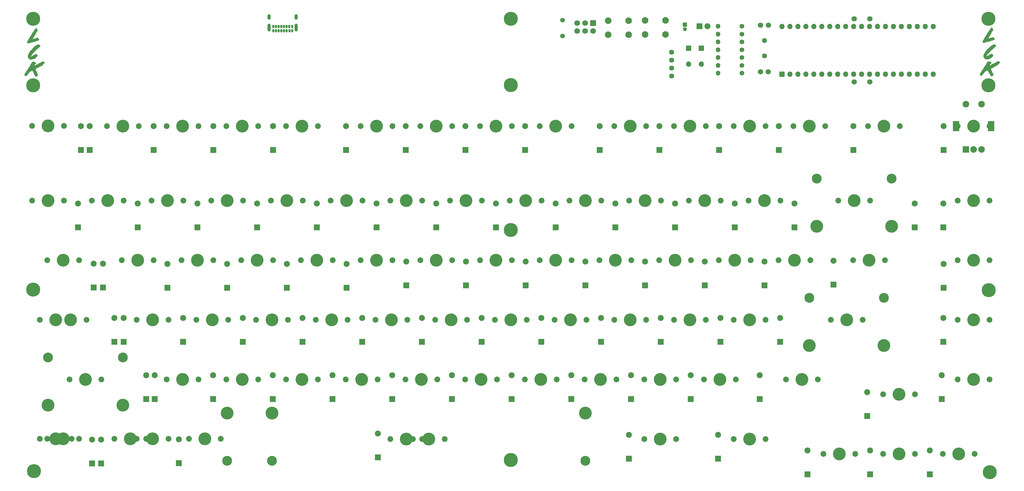
<source format=gbr>
%TF.GenerationSoftware,KiCad,Pcbnew,6.0.11-2627ca5db0~126~ubuntu22.04.1*%
%TF.CreationDate,2023-03-02T17:59:36+00:00*%
%TF.ProjectId,pcb-r1,7063622d-7231-42e6-9b69-6361645f7063,rev?*%
%TF.SameCoordinates,Original*%
%TF.FileFunction,Soldermask,Top*%
%TF.FilePolarity,Negative*%
%FSLAX46Y46*%
G04 Gerber Fmt 4.6, Leading zero omitted, Abs format (unit mm)*
G04 Created by KiCad (PCBNEW 6.0.11-2627ca5db0~126~ubuntu22.04.1) date 2023-03-02 17:59:36*
%MOMM*%
%LPD*%
G01*
G04 APERTURE LIST*
G04 Aperture macros list*
%AMRoundRect*
0 Rectangle with rounded corners*
0 $1 Rounding radius*
0 $2 $3 $4 $5 $6 $7 $8 $9 X,Y pos of 4 corners*
0 Add a 4 corners polygon primitive as box body*
4,1,4,$2,$3,$4,$5,$6,$7,$8,$9,$2,$3,0*
0 Add four circle primitives for the rounded corners*
1,1,$1+$1,$2,$3*
1,1,$1+$1,$4,$5*
1,1,$1+$1,$6,$7*
1,1,$1+$1,$8,$9*
0 Add four rect primitives between the rounded corners*
20,1,$1+$1,$2,$3,$4,$5,0*
20,1,$1+$1,$4,$5,$6,$7,0*
20,1,$1+$1,$6,$7,$8,$9,0*
20,1,$1+$1,$8,$9,$2,$3,0*%
G04 Aperture macros list end*
%ADD10C,0.010000*%
%ADD11RoundRect,0.050000X0.900000X-0.900000X0.900000X0.900000X-0.900000X0.900000X-0.900000X-0.900000X0*%
%ADD12O,1.900000X1.900000*%
%ADD13C,4.500000*%
%ADD14C,4.087800*%
%ADD15C,1.850000*%
%ADD16C,3.148000*%
%ADD17C,2.100000*%
%ADD18RoundRect,0.050000X1.000000X-1.000000X1.000000X1.000000X-1.000000X1.000000X-1.000000X-1.000000X0*%
%ADD19RoundRect,0.050000X1.000000X-1.600000X1.000000X1.600000X-1.000000X1.600000X-1.000000X-1.600000X0*%
%ADD20RoundRect,0.050000X-0.600000X0.600000X-0.600000X-0.600000X0.600000X-0.600000X0.600000X0.600000X0*%
%ADD21C,1.300000*%
%ADD22C,1.700000*%
%ADD23C,1.500000*%
%ADD24RoundRect,0.050000X0.850000X0.850000X-0.850000X0.850000X-0.850000X-0.850000X0.850000X-0.850000X0*%
%ADD25C,1.800000*%
%ADD26RoundRect,0.050000X-0.800000X0.800000X-0.800000X-0.800000X0.800000X-0.800000X0.800000X0.800000X0*%
%ADD27O,1.700000X1.700000*%
%ADD28O,1.500000X1.500000*%
%ADD29RoundRect,0.050000X-0.900000X-0.900000X0.900000X-0.900000X0.900000X0.900000X-0.900000X0.900000X0*%
%ADD30C,1.900000*%
%ADD31RoundRect,0.050000X0.800000X-0.800000X0.800000X0.800000X-0.800000X0.800000X-0.800000X-0.800000X0*%
%ADD32O,0.750000X1.100000*%
%ADD33O,1.000000X1.800000*%
%ADD34O,1.000000X2.500000*%
%ADD35C,1.600000*%
%ADD36C,1.624000*%
G04 APERTURE END LIST*
%TO.C,G\u002A\u002A\u002A*%
G36*
X-4689580Y-9855548D02*
G01*
X-4540881Y-9992435D01*
X-4428981Y-10120895D01*
X-4379034Y-10233206D01*
X-4404371Y-10353239D01*
X-4518320Y-10504867D01*
X-4734211Y-10711963D01*
X-5065374Y-10998399D01*
X-5136043Y-11058353D01*
X-5490170Y-11366925D01*
X-5859886Y-11702878D01*
X-6184707Y-12010793D01*
X-6294687Y-12119937D01*
X-6532611Y-12377600D01*
X-6780853Y-12673811D01*
X-7017575Y-12978686D01*
X-7220941Y-13262339D01*
X-7369114Y-13494884D01*
X-7440256Y-13646434D01*
X-7438186Y-13684908D01*
X-7350011Y-13666807D01*
X-7159225Y-13579347D01*
X-6914350Y-13445550D01*
X-6458995Y-13182064D01*
X-6124333Y-12998061D01*
X-5884581Y-12888063D01*
X-5713955Y-12846590D01*
X-5586672Y-12868164D01*
X-5476949Y-12947307D01*
X-5359002Y-13078540D01*
X-5333004Y-13109543D01*
X-5243646Y-13240976D01*
X-5274153Y-13307779D01*
X-5310410Y-13324379D01*
X-5391289Y-13427950D01*
X-5383875Y-13489038D01*
X-5411862Y-13631061D01*
X-5556600Y-13819584D01*
X-5784811Y-14022595D01*
X-6063214Y-14208079D01*
X-6210238Y-14283967D01*
X-6529684Y-14397088D01*
X-6900741Y-14477428D01*
X-7264405Y-14517113D01*
X-7561670Y-14508265D01*
X-7676043Y-14479630D01*
X-7842842Y-14373995D01*
X-8042511Y-14200040D01*
X-8086676Y-14154990D01*
X-8252043Y-13925729D01*
X-8318789Y-13671071D01*
X-8285307Y-13361543D01*
X-8149986Y-12967671D01*
X-8004400Y-12647805D01*
X-7827523Y-12313115D01*
X-7628593Y-12010033D01*
X-7375985Y-11697085D01*
X-7038073Y-11332802D01*
X-6874100Y-11165605D01*
X-6380247Y-10684366D01*
X-5968474Y-10323500D01*
X-5618843Y-10068227D01*
X-5311413Y-9903769D01*
X-5062729Y-9823057D01*
X-4847008Y-9795749D01*
X-4689580Y-9855548D01*
G37*
D10*
X-4689580Y-9855548D02*
X-4540881Y-9992435D01*
X-4428981Y-10120895D01*
X-4379034Y-10233206D01*
X-4404371Y-10353239D01*
X-4518320Y-10504867D01*
X-4734211Y-10711963D01*
X-5065374Y-10998399D01*
X-5136043Y-11058353D01*
X-5490170Y-11366925D01*
X-5859886Y-11702878D01*
X-6184707Y-12010793D01*
X-6294687Y-12119937D01*
X-6532611Y-12377600D01*
X-6780853Y-12673811D01*
X-7017575Y-12978686D01*
X-7220941Y-13262339D01*
X-7369114Y-13494884D01*
X-7440256Y-13646434D01*
X-7438186Y-13684908D01*
X-7350011Y-13666807D01*
X-7159225Y-13579347D01*
X-6914350Y-13445550D01*
X-6458995Y-13182064D01*
X-6124333Y-12998061D01*
X-5884581Y-12888063D01*
X-5713955Y-12846590D01*
X-5586672Y-12868164D01*
X-5476949Y-12947307D01*
X-5359002Y-13078540D01*
X-5333004Y-13109543D01*
X-5243646Y-13240976D01*
X-5274153Y-13307779D01*
X-5310410Y-13324379D01*
X-5391289Y-13427950D01*
X-5383875Y-13489038D01*
X-5411862Y-13631061D01*
X-5556600Y-13819584D01*
X-5784811Y-14022595D01*
X-6063214Y-14208079D01*
X-6210238Y-14283967D01*
X-6529684Y-14397088D01*
X-6900741Y-14477428D01*
X-7264405Y-14517113D01*
X-7561670Y-14508265D01*
X-7676043Y-14479630D01*
X-7842842Y-14373995D01*
X-8042511Y-14200040D01*
X-8086676Y-14154990D01*
X-8252043Y-13925729D01*
X-8318789Y-13671071D01*
X-8285307Y-13361543D01*
X-8149986Y-12967671D01*
X-8004400Y-12647805D01*
X-7827523Y-12313115D01*
X-7628593Y-12010033D01*
X-7375985Y-11697085D01*
X-7038073Y-11332802D01*
X-6874100Y-11165605D01*
X-6380247Y-10684366D01*
X-5968474Y-10323500D01*
X-5618843Y-10068227D01*
X-5311413Y-9903769D01*
X-5062729Y-9823057D01*
X-4847008Y-9795749D01*
X-4689580Y-9855548D01*
G36*
X-3605053Y-15233010D02*
G01*
X-3380870Y-15282231D01*
X-3284896Y-15288834D01*
X-3123975Y-15348829D01*
X-3068904Y-15421545D01*
X-3068258Y-15591729D01*
X-3145227Y-15785370D01*
X-3263173Y-15931011D01*
X-3348139Y-15966167D01*
X-3467445Y-16033410D01*
X-3559329Y-16156667D01*
X-3631336Y-16276161D01*
X-3723561Y-16382009D01*
X-3861115Y-16491012D01*
X-4069112Y-16619971D01*
X-4372665Y-16785689D01*
X-4796887Y-17004967D01*
X-4924311Y-17069906D01*
X-5293104Y-17262017D01*
X-5600271Y-17430495D01*
X-5817703Y-17559282D01*
X-5917288Y-17632322D01*
X-5920596Y-17638986D01*
X-5887643Y-17735872D01*
X-5796683Y-17954538D01*
X-5661327Y-18263320D01*
X-5495187Y-18630556D01*
X-5481707Y-18659916D01*
X-5041367Y-19617999D01*
X-5289756Y-19821038D01*
X-5530789Y-19981849D01*
X-5718802Y-20002565D01*
X-5888573Y-19875131D01*
X-6043225Y-19646510D01*
X-6223638Y-19321779D01*
X-6404982Y-18970063D01*
X-6456625Y-18863344D01*
X-6587987Y-18591444D01*
X-6707450Y-18354628D01*
X-6750777Y-18273399D01*
X-6856366Y-18082964D01*
X-7297922Y-18304218D01*
X-7697245Y-18525055D01*
X-7940071Y-18710455D01*
X-8034070Y-18866494D01*
X-8035811Y-18888796D01*
X-8091509Y-18992155D01*
X-8234072Y-19170452D01*
X-8426706Y-19384815D01*
X-8632615Y-19596368D01*
X-8815003Y-19766238D01*
X-8937076Y-19855551D01*
X-8955868Y-19860834D01*
X-9068615Y-19803612D01*
X-9219724Y-19672198D01*
X-9347145Y-19526967D01*
X-9390478Y-19437962D01*
X-9346577Y-19327725D01*
X-9236439Y-19132297D01*
X-9092408Y-18904163D01*
X-8946830Y-18695810D01*
X-8883670Y-18615574D01*
X-8805005Y-18447717D01*
X-8797811Y-18389796D01*
X-8755721Y-18261368D01*
X-8725289Y-18238056D01*
X-8637977Y-18152815D01*
X-8489056Y-17959484D01*
X-8303602Y-17695434D01*
X-8106691Y-17398038D01*
X-7923397Y-17104668D01*
X-7778798Y-16852696D01*
X-7727392Y-16750802D01*
X-7621252Y-16541321D01*
X-7537037Y-16406825D01*
X-7520353Y-16389500D01*
X-7451458Y-16300148D01*
X-7324845Y-16104426D01*
X-7166737Y-15843028D01*
X-7151790Y-15817553D01*
X-6841842Y-15287938D01*
X-6450836Y-15326228D01*
X-6126842Y-15397724D01*
X-5897551Y-15527022D01*
X-5890143Y-15534205D01*
X-5720456Y-15703892D01*
X-6068593Y-16150681D01*
X-6240357Y-16378998D01*
X-6356354Y-16548529D01*
X-6391538Y-16622661D01*
X-6391500Y-16622700D01*
X-6306230Y-16602093D01*
X-6103409Y-16516323D01*
X-5811837Y-16380151D01*
X-5460314Y-16208334D01*
X-5077642Y-16015632D01*
X-4692620Y-15816804D01*
X-4334050Y-15626609D01*
X-4030732Y-15459806D01*
X-3811466Y-15331153D01*
X-3705053Y-15255411D01*
X-3700223Y-15243543D01*
X-3686785Y-15212840D01*
X-3605053Y-15233010D01*
G37*
X-3605053Y-15233010D02*
X-3380870Y-15282231D01*
X-3284896Y-15288834D01*
X-3123975Y-15348829D01*
X-3068904Y-15421545D01*
X-3068258Y-15591729D01*
X-3145227Y-15785370D01*
X-3263173Y-15931011D01*
X-3348139Y-15966167D01*
X-3467445Y-16033410D01*
X-3559329Y-16156667D01*
X-3631336Y-16276161D01*
X-3723561Y-16382009D01*
X-3861115Y-16491012D01*
X-4069112Y-16619971D01*
X-4372665Y-16785689D01*
X-4796887Y-17004967D01*
X-4924311Y-17069906D01*
X-5293104Y-17262017D01*
X-5600271Y-17430495D01*
X-5817703Y-17559282D01*
X-5917288Y-17632322D01*
X-5920596Y-17638986D01*
X-5887643Y-17735872D01*
X-5796683Y-17954538D01*
X-5661327Y-18263320D01*
X-5495187Y-18630556D01*
X-5481707Y-18659916D01*
X-5041367Y-19617999D01*
X-5289756Y-19821038D01*
X-5530789Y-19981849D01*
X-5718802Y-20002565D01*
X-5888573Y-19875131D01*
X-6043225Y-19646510D01*
X-6223638Y-19321779D01*
X-6404982Y-18970063D01*
X-6456625Y-18863344D01*
X-6587987Y-18591444D01*
X-6707450Y-18354628D01*
X-6750777Y-18273399D01*
X-6856366Y-18082964D01*
X-7297922Y-18304218D01*
X-7697245Y-18525055D01*
X-7940071Y-18710455D01*
X-8034070Y-18866494D01*
X-8035811Y-18888796D01*
X-8091509Y-18992155D01*
X-8234072Y-19170452D01*
X-8426706Y-19384815D01*
X-8632615Y-19596368D01*
X-8815003Y-19766238D01*
X-8937076Y-19855551D01*
X-8955868Y-19860834D01*
X-9068615Y-19803612D01*
X-9219724Y-19672198D01*
X-9347145Y-19526967D01*
X-9390478Y-19437962D01*
X-9346577Y-19327725D01*
X-9236439Y-19132297D01*
X-9092408Y-18904163D01*
X-8946830Y-18695810D01*
X-8883670Y-18615574D01*
X-8805005Y-18447717D01*
X-8797811Y-18389796D01*
X-8755721Y-18261368D01*
X-8725289Y-18238056D01*
X-8637977Y-18152815D01*
X-8489056Y-17959484D01*
X-8303602Y-17695434D01*
X-8106691Y-17398038D01*
X-7923397Y-17104668D01*
X-7778798Y-16852696D01*
X-7727392Y-16750802D01*
X-7621252Y-16541321D01*
X-7537037Y-16406825D01*
X-7520353Y-16389500D01*
X-7451458Y-16300148D01*
X-7324845Y-16104426D01*
X-7166737Y-15843028D01*
X-7151790Y-15817553D01*
X-6841842Y-15287938D01*
X-6450836Y-15326228D01*
X-6126842Y-15397724D01*
X-5897551Y-15527022D01*
X-5890143Y-15534205D01*
X-5720456Y-15703892D01*
X-6068593Y-16150681D01*
X-6240357Y-16378998D01*
X-6356354Y-16548529D01*
X-6391538Y-16622661D01*
X-6391500Y-16622700D01*
X-6306230Y-16602093D01*
X-6103409Y-16516323D01*
X-5811837Y-16380151D01*
X-5460314Y-16208334D01*
X-5077642Y-16015632D01*
X-4692620Y-15816804D01*
X-4334050Y-15626609D01*
X-4030732Y-15459806D01*
X-3811466Y-15331153D01*
X-3705053Y-15255411D01*
X-3700223Y-15243543D01*
X-3686785Y-15212840D01*
X-3605053Y-15233010D01*
G36*
X300235029Y-9808218D02*
G01*
X300383728Y-9945105D01*
X300495628Y-10073565D01*
X300545575Y-10185876D01*
X300520238Y-10305909D01*
X300406289Y-10457537D01*
X300190398Y-10664633D01*
X299859235Y-10951069D01*
X299788566Y-11011023D01*
X299434439Y-11319595D01*
X299064723Y-11655548D01*
X298739902Y-11963463D01*
X298629922Y-12072607D01*
X298391998Y-12330270D01*
X298143756Y-12626481D01*
X297907034Y-12931356D01*
X297703668Y-13215009D01*
X297555495Y-13447554D01*
X297484353Y-13599104D01*
X297486423Y-13637578D01*
X297574598Y-13619477D01*
X297765384Y-13532017D01*
X298010259Y-13398220D01*
X298465614Y-13134734D01*
X298800276Y-12950731D01*
X299040028Y-12840733D01*
X299210654Y-12799260D01*
X299337937Y-12820834D01*
X299447660Y-12899977D01*
X299565607Y-13031210D01*
X299591605Y-13062213D01*
X299680963Y-13193646D01*
X299650456Y-13260449D01*
X299614199Y-13277049D01*
X299533320Y-13380620D01*
X299540734Y-13441708D01*
X299512747Y-13583731D01*
X299368009Y-13772254D01*
X299139798Y-13975265D01*
X298861395Y-14160749D01*
X298714371Y-14236637D01*
X298394925Y-14349758D01*
X298023868Y-14430098D01*
X297660204Y-14469783D01*
X297362939Y-14460935D01*
X297248566Y-14432300D01*
X297081767Y-14326665D01*
X296882098Y-14152710D01*
X296837933Y-14107660D01*
X296672566Y-13878399D01*
X296605820Y-13623741D01*
X296639302Y-13314213D01*
X296774623Y-12920341D01*
X296920209Y-12600475D01*
X297097086Y-12265785D01*
X297296016Y-11962703D01*
X297548624Y-11649755D01*
X297886536Y-11285472D01*
X298050509Y-11118275D01*
X298544362Y-10637036D01*
X298956135Y-10276170D01*
X299305766Y-10020897D01*
X299613196Y-9856439D01*
X299861880Y-9775727D01*
X300077601Y-9748419D01*
X300235029Y-9808218D01*
G37*
X300235029Y-9808218D02*
X300383728Y-9945105D01*
X300495628Y-10073565D01*
X300545575Y-10185876D01*
X300520238Y-10305909D01*
X300406289Y-10457537D01*
X300190398Y-10664633D01*
X299859235Y-10951069D01*
X299788566Y-11011023D01*
X299434439Y-11319595D01*
X299064723Y-11655548D01*
X298739902Y-11963463D01*
X298629922Y-12072607D01*
X298391998Y-12330270D01*
X298143756Y-12626481D01*
X297907034Y-12931356D01*
X297703668Y-13215009D01*
X297555495Y-13447554D01*
X297484353Y-13599104D01*
X297486423Y-13637578D01*
X297574598Y-13619477D01*
X297765384Y-13532017D01*
X298010259Y-13398220D01*
X298465614Y-13134734D01*
X298800276Y-12950731D01*
X299040028Y-12840733D01*
X299210654Y-12799260D01*
X299337937Y-12820834D01*
X299447660Y-12899977D01*
X299565607Y-13031210D01*
X299591605Y-13062213D01*
X299680963Y-13193646D01*
X299650456Y-13260449D01*
X299614199Y-13277049D01*
X299533320Y-13380620D01*
X299540734Y-13441708D01*
X299512747Y-13583731D01*
X299368009Y-13772254D01*
X299139798Y-13975265D01*
X298861395Y-14160749D01*
X298714371Y-14236637D01*
X298394925Y-14349758D01*
X298023868Y-14430098D01*
X297660204Y-14469783D01*
X297362939Y-14460935D01*
X297248566Y-14432300D01*
X297081767Y-14326665D01*
X296882098Y-14152710D01*
X296837933Y-14107660D01*
X296672566Y-13878399D01*
X296605820Y-13623741D01*
X296639302Y-13314213D01*
X296774623Y-12920341D01*
X296920209Y-12600475D01*
X297097086Y-12265785D01*
X297296016Y-11962703D01*
X297548624Y-11649755D01*
X297886536Y-11285472D01*
X298050509Y-11118275D01*
X298544362Y-10637036D01*
X298956135Y-10276170D01*
X299305766Y-10020897D01*
X299613196Y-9856439D01*
X299861880Y-9775727D01*
X300077601Y-9748419D01*
X300235029Y-9808218D01*
G36*
X301213658Y-15136010D02*
G01*
X301437841Y-15185231D01*
X301533815Y-15191833D01*
X301694736Y-15251829D01*
X301749807Y-15324545D01*
X301750453Y-15494729D01*
X301673484Y-15688370D01*
X301555537Y-15834011D01*
X301470571Y-15869167D01*
X301351266Y-15936409D01*
X301259382Y-16059667D01*
X301187374Y-16179161D01*
X301095150Y-16285009D01*
X300957596Y-16394011D01*
X300749599Y-16522970D01*
X300446046Y-16688688D01*
X300021824Y-16907967D01*
X299894400Y-16972906D01*
X299525607Y-17165017D01*
X299218439Y-17333495D01*
X299001008Y-17462282D01*
X298901423Y-17535322D01*
X298898115Y-17541986D01*
X298931068Y-17638872D01*
X299022028Y-17857537D01*
X299157384Y-18166320D01*
X299323523Y-18533556D01*
X299337003Y-18562916D01*
X299777343Y-19520999D01*
X299528955Y-19724038D01*
X299287921Y-19884849D01*
X299099908Y-19905565D01*
X298930137Y-19778130D01*
X298775485Y-19549510D01*
X298595072Y-19224778D01*
X298413729Y-18873063D01*
X298362085Y-18766343D01*
X298230724Y-18494444D01*
X298111260Y-18257628D01*
X298067934Y-18176399D01*
X297962345Y-17985964D01*
X297520789Y-18207217D01*
X297121466Y-18428054D01*
X296878640Y-18613455D01*
X296784641Y-18769494D01*
X296782900Y-18791796D01*
X296727202Y-18895154D01*
X296584638Y-19073452D01*
X296392005Y-19287814D01*
X296186096Y-19499368D01*
X296003708Y-19669238D01*
X295881635Y-19758551D01*
X295862843Y-19763833D01*
X295750096Y-19706612D01*
X295598986Y-19575198D01*
X295471566Y-19429967D01*
X295428233Y-19340962D01*
X295472133Y-19230725D01*
X295582272Y-19035296D01*
X295726302Y-18807162D01*
X295871880Y-18598810D01*
X295935040Y-18518573D01*
X296013706Y-18350717D01*
X296020900Y-18292796D01*
X296062990Y-18164368D01*
X296093422Y-18141055D01*
X296180734Y-18055815D01*
X296329655Y-17862484D01*
X296515109Y-17598434D01*
X296712020Y-17301037D01*
X296895313Y-17007667D01*
X297039912Y-16755696D01*
X297091319Y-16653801D01*
X297197458Y-16444321D01*
X297281673Y-16309824D01*
X297298358Y-16292500D01*
X297367253Y-16203148D01*
X297493865Y-16007426D01*
X297651973Y-15746027D01*
X297666921Y-15720552D01*
X297976869Y-15190938D01*
X298367875Y-15229228D01*
X298691869Y-15300724D01*
X298921160Y-15430021D01*
X298928567Y-15437205D01*
X299098255Y-15606892D01*
X298750117Y-16053681D01*
X298578354Y-16281998D01*
X298462357Y-16451528D01*
X298427173Y-16525661D01*
X298427211Y-16525700D01*
X298512480Y-16505093D01*
X298715301Y-16419323D01*
X299006874Y-16283151D01*
X299358396Y-16111334D01*
X299741069Y-15918632D01*
X300126090Y-15719804D01*
X300484661Y-15529609D01*
X300787979Y-15362805D01*
X301007245Y-15234153D01*
X301113657Y-15158410D01*
X301118487Y-15146542D01*
X301131926Y-15115840D01*
X301213658Y-15136010D01*
G37*
X301213658Y-15136010D02*
X301437841Y-15185231D01*
X301533815Y-15191833D01*
X301694736Y-15251829D01*
X301749807Y-15324545D01*
X301750453Y-15494729D01*
X301673484Y-15688370D01*
X301555537Y-15834011D01*
X301470571Y-15869167D01*
X301351266Y-15936409D01*
X301259382Y-16059667D01*
X301187374Y-16179161D01*
X301095150Y-16285009D01*
X300957596Y-16394011D01*
X300749599Y-16522970D01*
X300446046Y-16688688D01*
X300021824Y-16907967D01*
X299894400Y-16972906D01*
X299525607Y-17165017D01*
X299218439Y-17333495D01*
X299001008Y-17462282D01*
X298901423Y-17535322D01*
X298898115Y-17541986D01*
X298931068Y-17638872D01*
X299022028Y-17857537D01*
X299157384Y-18166320D01*
X299323523Y-18533556D01*
X299337003Y-18562916D01*
X299777343Y-19520999D01*
X299528955Y-19724038D01*
X299287921Y-19884849D01*
X299099908Y-19905565D01*
X298930137Y-19778130D01*
X298775485Y-19549510D01*
X298595072Y-19224778D01*
X298413729Y-18873063D01*
X298362085Y-18766343D01*
X298230724Y-18494444D01*
X298111260Y-18257628D01*
X298067934Y-18176399D01*
X297962345Y-17985964D01*
X297520789Y-18207217D01*
X297121466Y-18428054D01*
X296878640Y-18613455D01*
X296784641Y-18769494D01*
X296782900Y-18791796D01*
X296727202Y-18895154D01*
X296584638Y-19073452D01*
X296392005Y-19287814D01*
X296186096Y-19499368D01*
X296003708Y-19669238D01*
X295881635Y-19758551D01*
X295862843Y-19763833D01*
X295750096Y-19706612D01*
X295598986Y-19575198D01*
X295471566Y-19429967D01*
X295428233Y-19340962D01*
X295472133Y-19230725D01*
X295582272Y-19035296D01*
X295726302Y-18807162D01*
X295871880Y-18598810D01*
X295935040Y-18518573D01*
X296013706Y-18350717D01*
X296020900Y-18292796D01*
X296062990Y-18164368D01*
X296093422Y-18141055D01*
X296180734Y-18055815D01*
X296329655Y-17862484D01*
X296515109Y-17598434D01*
X296712020Y-17301037D01*
X296895313Y-17007667D01*
X297039912Y-16755696D01*
X297091319Y-16653801D01*
X297197458Y-16444321D01*
X297281673Y-16309824D01*
X297298358Y-16292500D01*
X297367253Y-16203148D01*
X297493865Y-16007426D01*
X297651973Y-15746027D01*
X297666921Y-15720552D01*
X297976869Y-15190938D01*
X298367875Y-15229228D01*
X298691869Y-15300724D01*
X298921160Y-15430021D01*
X298928567Y-15437205D01*
X299098255Y-15606892D01*
X298750117Y-16053681D01*
X298578354Y-16281998D01*
X298462357Y-16451528D01*
X298427173Y-16525661D01*
X298427211Y-16525700D01*
X298512480Y-16505093D01*
X298715301Y-16419323D01*
X299006874Y-16283151D01*
X299358396Y-16111334D01*
X299741069Y-15918632D01*
X300126090Y-15719804D01*
X300484661Y-15529609D01*
X300787979Y-15362805D01*
X301007245Y-15234153D01*
X301113657Y-15158410D01*
X301118487Y-15146542D01*
X301131926Y-15115840D01*
X301213658Y-15136010D01*
G36*
X299281418Y-4416684D02*
G01*
X299435472Y-4551690D01*
X299541111Y-4704017D01*
X299554398Y-4799016D01*
X299561298Y-4962752D01*
X299598240Y-5019307D01*
X299610801Y-5107700D01*
X299547532Y-5286525D01*
X299401475Y-5570716D01*
X299165669Y-5975211D01*
X299110212Y-6066791D01*
X298862149Y-6477150D01*
X298618078Y-6885427D01*
X298406346Y-7243936D01*
X298257215Y-7501616D01*
X297985021Y-7981732D01*
X298330638Y-7859791D01*
X298612357Y-7768601D01*
X298962435Y-7666138D01*
X299180020Y-7607312D01*
X299683785Y-7476773D01*
X299926676Y-7709477D01*
X300081961Y-7879856D01*
X300165145Y-8013211D01*
X300169566Y-8035085D01*
X300111881Y-8140820D01*
X299931315Y-8256599D01*
X299616604Y-8387167D01*
X299156483Y-8537265D01*
X298603233Y-8694464D01*
X297954207Y-8869237D01*
X297449363Y-9001033D01*
X297069978Y-9093085D01*
X296797329Y-9148624D01*
X296612691Y-9170885D01*
X296497341Y-9163099D01*
X296432556Y-9128499D01*
X296401121Y-9074667D01*
X296380942Y-8889544D01*
X296452972Y-8655790D01*
X296594768Y-8389012D01*
X296709991Y-8180071D01*
X296776453Y-8033113D01*
X296782900Y-8005409D01*
X296830065Y-7905450D01*
X296950148Y-7723391D01*
X297034544Y-7608082D01*
X297183532Y-7383024D01*
X297275050Y-7190666D01*
X297288544Y-7127333D01*
X297320653Y-7001129D01*
X297354400Y-6978476D01*
X297425517Y-6910931D01*
X297556333Y-6732714D01*
X297721160Y-6479380D01*
X297756566Y-6421810D01*
X298066123Y-5920142D01*
X298360507Y-5455143D01*
X298626259Y-5047004D01*
X298849920Y-4715916D01*
X299018027Y-4482070D01*
X299117122Y-4365654D01*
X299133510Y-4356382D01*
X299281418Y-4416684D01*
G37*
X299281418Y-4416684D02*
X299435472Y-4551690D01*
X299541111Y-4704017D01*
X299554398Y-4799016D01*
X299561298Y-4962752D01*
X299598240Y-5019307D01*
X299610801Y-5107700D01*
X299547532Y-5286525D01*
X299401475Y-5570716D01*
X299165669Y-5975211D01*
X299110212Y-6066791D01*
X298862149Y-6477150D01*
X298618078Y-6885427D01*
X298406346Y-7243936D01*
X298257215Y-7501616D01*
X297985021Y-7981732D01*
X298330638Y-7859791D01*
X298612357Y-7768601D01*
X298962435Y-7666138D01*
X299180020Y-7607312D01*
X299683785Y-7476773D01*
X299926676Y-7709477D01*
X300081961Y-7879856D01*
X300165145Y-8013211D01*
X300169566Y-8035085D01*
X300111881Y-8140820D01*
X299931315Y-8256599D01*
X299616604Y-8387167D01*
X299156483Y-8537265D01*
X298603233Y-8694464D01*
X297954207Y-8869237D01*
X297449363Y-9001033D01*
X297069978Y-9093085D01*
X296797329Y-9148624D01*
X296612691Y-9170885D01*
X296497341Y-9163099D01*
X296432556Y-9128499D01*
X296401121Y-9074667D01*
X296380942Y-8889544D01*
X296452972Y-8655790D01*
X296594768Y-8389012D01*
X296709991Y-8180071D01*
X296776453Y-8033113D01*
X296782900Y-8005409D01*
X296830065Y-7905450D01*
X296950148Y-7723391D01*
X297034544Y-7608082D01*
X297183532Y-7383024D01*
X297275050Y-7190666D01*
X297288544Y-7127333D01*
X297320653Y-7001129D01*
X297354400Y-6978476D01*
X297425517Y-6910931D01*
X297556333Y-6732714D01*
X297721160Y-6479380D01*
X297756566Y-6421810D01*
X298066123Y-5920142D01*
X298360507Y-5455143D01*
X298626259Y-5047004D01*
X298849920Y-4715916D01*
X299018027Y-4482070D01*
X299117122Y-4365654D01*
X299133510Y-4356382D01*
X299281418Y-4416684D01*
G36*
X-5603249Y-4586017D02*
G01*
X-5449194Y-4721023D01*
X-5343556Y-4873350D01*
X-5330269Y-4968349D01*
X-5323369Y-5132085D01*
X-5286427Y-5188640D01*
X-5273865Y-5277034D01*
X-5337134Y-5455858D01*
X-5483192Y-5740050D01*
X-5718997Y-6144545D01*
X-5774455Y-6236124D01*
X-6022517Y-6646483D01*
X-6266589Y-7054761D01*
X-6478321Y-7413269D01*
X-6627452Y-7670949D01*
X-6899645Y-8151065D01*
X-6554028Y-8029124D01*
X-6272310Y-7937934D01*
X-5922232Y-7835471D01*
X-5704646Y-7776645D01*
X-5200881Y-7646106D01*
X-4957991Y-7878810D01*
X-4802706Y-8049189D01*
X-4719522Y-8182544D01*
X-4715100Y-8204419D01*
X-4772786Y-8310153D01*
X-4953351Y-8425933D01*
X-5268063Y-8556500D01*
X-5728184Y-8706598D01*
X-6281434Y-8863797D01*
X-6930460Y-9038571D01*
X-7435304Y-9170367D01*
X-7814688Y-9262418D01*
X-8087338Y-9317958D01*
X-8271976Y-9340218D01*
X-8387325Y-9332432D01*
X-8452111Y-9297832D01*
X-8483546Y-9244000D01*
X-8503725Y-9058878D01*
X-8431694Y-8825123D01*
X-8289898Y-8558346D01*
X-8174676Y-8349405D01*
X-8108213Y-8202446D01*
X-8101767Y-8174743D01*
X-8054601Y-8074783D01*
X-7934519Y-7892724D01*
X-7850123Y-7777416D01*
X-7701135Y-7552358D01*
X-7609617Y-7359999D01*
X-7596123Y-7296667D01*
X-7564013Y-7170462D01*
X-7530267Y-7147809D01*
X-7459150Y-7080265D01*
X-7328334Y-6902048D01*
X-7163507Y-6648714D01*
X-7128100Y-6591144D01*
X-6818544Y-6089475D01*
X-6524160Y-5624476D01*
X-6258407Y-5216338D01*
X-6034747Y-4885250D01*
X-5866639Y-4651403D01*
X-5767544Y-4534987D01*
X-5751157Y-4525716D01*
X-5603249Y-4586017D01*
G37*
X-5603249Y-4586017D02*
X-5449194Y-4721023D01*
X-5343556Y-4873350D01*
X-5330269Y-4968349D01*
X-5323369Y-5132085D01*
X-5286427Y-5188640D01*
X-5273865Y-5277034D01*
X-5337134Y-5455858D01*
X-5483192Y-5740050D01*
X-5718997Y-6144545D01*
X-5774455Y-6236124D01*
X-6022517Y-6646483D01*
X-6266589Y-7054761D01*
X-6478321Y-7413269D01*
X-6627452Y-7670949D01*
X-6899645Y-8151065D01*
X-6554028Y-8029124D01*
X-6272310Y-7937934D01*
X-5922232Y-7835471D01*
X-5704646Y-7776645D01*
X-5200881Y-7646106D01*
X-4957991Y-7878810D01*
X-4802706Y-8049189D01*
X-4719522Y-8182544D01*
X-4715100Y-8204419D01*
X-4772786Y-8310153D01*
X-4953351Y-8425933D01*
X-5268063Y-8556500D01*
X-5728184Y-8706598D01*
X-6281434Y-8863797D01*
X-6930460Y-9038571D01*
X-7435304Y-9170367D01*
X-7814688Y-9262418D01*
X-8087338Y-9317958D01*
X-8271976Y-9340218D01*
X-8387325Y-9332432D01*
X-8452111Y-9297832D01*
X-8483546Y-9244000D01*
X-8503725Y-9058878D01*
X-8431694Y-8825123D01*
X-8289898Y-8558346D01*
X-8174676Y-8349405D01*
X-8108213Y-8202446D01*
X-8101767Y-8174743D01*
X-8054601Y-8074783D01*
X-7934519Y-7892724D01*
X-7850123Y-7777416D01*
X-7701135Y-7552358D01*
X-7609617Y-7359999D01*
X-7596123Y-7296667D01*
X-7564013Y-7170462D01*
X-7530267Y-7147809D01*
X-7459150Y-7080265D01*
X-7328334Y-6902048D01*
X-7163507Y-6648714D01*
X-7128100Y-6591144D01*
X-6818544Y-6089475D01*
X-6524160Y-5624476D01*
X-6258407Y-5216338D01*
X-6034747Y-4885250D01*
X-5866639Y-4651403D01*
X-5767544Y-4534987D01*
X-5751157Y-4525716D01*
X-5603249Y-4586017D01*
%TD*%
D11*
%TO.C,D73*%
X259492500Y-128511700D03*
D12*
X259492500Y-120891700D03*
%TD*%
D11*
%TO.C,D72*%
X283306100Y-123050700D03*
D12*
X283306100Y-115430700D03*
%TD*%
D11*
%TO.C,D66*%
X127006100Y-123050700D03*
D12*
X127006100Y-115430700D03*
%TD*%
D11*
%TO.C,D61*%
X32156100Y-123100700D03*
D12*
X32156100Y-115480700D03*
%TD*%
D11*
%TO.C,D59*%
X29503900Y-123108500D03*
D12*
X29503900Y-115488500D03*
%TD*%
D11*
%TO.C,D55*%
X193677800Y-104772100D03*
D12*
X193677800Y-97152100D03*
%TD*%
D11*
%TO.C,D65*%
X107956100Y-123050700D03*
D12*
X107956100Y-115430700D03*
%TD*%
D11*
%TO.C,D74*%
X12178900Y-143654800D03*
D12*
X12178900Y-136034800D03*
%TD*%
D11*
%TO.C,D69*%
X184156100Y-123050700D03*
D12*
X184156100Y-115430700D03*
%TD*%
D11*
%TO.C,D58*%
X283827800Y-104772100D03*
D12*
X283827800Y-97152100D03*
%TD*%
D11*
%TO.C,D68*%
X165106100Y-123050700D03*
D12*
X165106100Y-115430700D03*
%TD*%
D11*
%TO.C,D56*%
X212727800Y-104772100D03*
D12*
X212727800Y-97152100D03*
%TD*%
D11*
%TO.C,D67*%
X146056100Y-123050700D03*
D12*
X146056100Y-115430700D03*
%TD*%
D11*
%TO.C,D70*%
X203206100Y-123050700D03*
D12*
X203206100Y-115430700D03*
%TD*%
D11*
%TO.C,D64*%
X88906100Y-123050700D03*
D12*
X88906100Y-115430700D03*
%TD*%
D11*
%TO.C,D63*%
X69856100Y-123050700D03*
D12*
X69856100Y-115430700D03*
%TD*%
D11*
%TO.C,D71*%
X225256100Y-123050700D03*
D12*
X225256100Y-115430700D03*
%TD*%
D11*
%TO.C,D62*%
X50806100Y-123050700D03*
D12*
X50806100Y-115430700D03*
%TD*%
D13*
%TO.C,REF\u002A\u002A*%
X298628900Y-146483500D03*
%TD*%
D14*
%TO.C,SW81*%
X112477000Y-135865000D03*
X55327000Y-127610000D03*
D15*
X117557000Y-135865000D03*
D16*
X169627000Y-142850000D03*
X55327000Y-142850000D03*
D14*
X169627000Y-127610000D03*
D15*
X107397000Y-135865000D03*
%TD*%
D13*
%TO.C,REF\u002A\u002A*%
X298328900Y-88258500D03*
%TD*%
%TO.C,REF\u002A\u002A*%
X145809914Y-69108500D03*
%TD*%
D17*
%TO.C,SW87*%
X183410500Y-2184800D03*
X176910500Y-2184800D03*
X176910500Y-6684800D03*
X183410500Y-6684800D03*
%TD*%
D13*
%TO.C,REF\u002A\u002A*%
X145803900Y-142583500D03*
%TD*%
%TO.C,REF\u002A\u002A*%
X-6571100Y-88158500D03*
%TD*%
D18*
%TO.C,SW93*%
X290985100Y-43351500D03*
D17*
X295985100Y-43351500D03*
X293485100Y-43351500D03*
D19*
X299085100Y-35851500D03*
X287885100Y-35851500D03*
D17*
X295985100Y-28851500D03*
X290985100Y-28851500D03*
%TD*%
D15*
%TO.C,SW90*%
X114547000Y-135852000D03*
D16*
X69627100Y-142837000D03*
D14*
X169626900Y-127597000D03*
X69627100Y-127597000D03*
D15*
X124707000Y-135852000D03*
D16*
X169626900Y-142837000D03*
D14*
X119627000Y-135852000D03*
%TD*%
D13*
%TO.C,REF\u002A\u002A*%
X145803900Y-1583500D03*
%TD*%
%TO.C,REF\u002A\u002A*%
X145803900Y-22783500D03*
%TD*%
D17*
%TO.C,SW91*%
X188683400Y-2108600D03*
X195183400Y-2108600D03*
X188683400Y-6608600D03*
X195183400Y-6608600D03*
%TD*%
D20*
%TO.C,C3*%
X201377300Y-3429400D03*
D21*
X201377300Y-4929400D03*
%TD*%
D15*
%TO.C,SW44*%
X265207000Y-78689400D03*
D14*
X260127000Y-78689400D03*
D15*
X255047000Y-78689400D03*
%TD*%
D13*
%TO.C,REF\u002A\u002A*%
X-6346100Y-146083500D03*
%TD*%
D22*
%TO.C,C2*%
X227969200Y-18498200D03*
X225469200Y-18498200D03*
%TD*%
D23*
%TO.C,F1*%
X162318900Y-7078500D03*
X162318900Y-1978500D03*
%TD*%
D22*
%TO.C,C5*%
X260368800Y-21765700D03*
X255368800Y-21765700D03*
%TD*%
%TO.C,C1*%
X228007300Y-3664600D03*
X225507300Y-3664600D03*
%TD*%
D24*
%TO.C,J1*%
X172014900Y-2921400D03*
D25*
X172014900Y-5461400D03*
X169474900Y-2921400D03*
X169474900Y-5461400D03*
X166934900Y-2921400D03*
X166934900Y-5461400D03*
%TD*%
D26*
%TO.C,Z1*%
X202568300Y-10960500D03*
D27*
X202568300Y-16040500D03*
%TD*%
D26*
%TO.C,Z2*%
X206568300Y-10960500D03*
D27*
X206568300Y-16040500D03*
%TD*%
D22*
%TO.C,C4*%
X260394200Y-1603900D03*
X255394200Y-1603900D03*
%TD*%
D23*
%TO.C,R1*%
X219538300Y-18962500D03*
D28*
X211918300Y-18962500D03*
%TD*%
D29*
%TO.C,LED*%
X206000100Y-3950100D03*
D30*
X208540100Y-3950100D03*
%TD*%
D11*
%TO.C,D91*%
X248767600Y-86547600D03*
D12*
X248767600Y-78927600D03*
%TD*%
D11*
%TO.C,D51*%
X117477800Y-104772100D03*
D12*
X117477800Y-97152100D03*
%TD*%
D11*
%TO.C,D50*%
X98427800Y-104772100D03*
D12*
X98427800Y-97152100D03*
%TD*%
D14*
%TO.C,SW6*%
X102952000Y-35852500D03*
D15*
X108032000Y-35852500D03*
X97872000Y-35852500D03*
%TD*%
D11*
%TO.C,D82*%
X279539200Y-147129900D03*
D12*
X279539200Y-139509900D03*
%TD*%
D11*
%TO.C,D81*%
X260489200Y-147129900D03*
D12*
X260489200Y-139509900D03*
%TD*%
D11*
%TO.C,D79*%
X211931000Y-142100700D03*
D12*
X211931000Y-134480700D03*
%TD*%
D13*
%TO.C,REF\u002A\u002A*%
X298178900Y-22808500D03*
%TD*%
D11*
%TO.C,D78*%
X183444900Y-142100700D03*
D12*
X183444900Y-134480700D03*
%TD*%
D11*
%TO.C,D77*%
X103396800Y-141725800D03*
D12*
X103396800Y-134105800D03*
%TD*%
D11*
%TO.C,D85*%
X231777800Y-104772100D03*
D12*
X231777800Y-97152100D03*
%TD*%
D13*
%TO.C,REF\u002A\u002A*%
X-6571100Y-22808500D03*
%TD*%
D11*
%TO.C,D80*%
X240439200Y-147129900D03*
D12*
X240439200Y-139509900D03*
%TD*%
D11*
%TO.C,D76*%
X39903900Y-143553500D03*
D12*
X39903900Y-135933500D03*
%TD*%
D11*
%TO.C,D75*%
X15048900Y-143654800D03*
D12*
X15048900Y-136034800D03*
%TD*%
D13*
%TO.C,REF\u002A\u002A*%
X298203900Y-1583500D03*
%TD*%
D11*
%TO.C,D53*%
X155577800Y-104772100D03*
D12*
X155577800Y-97152100D03*
%TD*%
D13*
%TO.C,REF\u002A\u002A*%
X-6571100Y-1608500D03*
%TD*%
D11*
%TO.C,D14*%
X255115700Y-43536000D03*
D12*
X255115700Y-35916000D03*
%TD*%
D11*
%TO.C,D4*%
X50923700Y-43536000D03*
D12*
X50923700Y-35916000D03*
%TD*%
D11*
%TO.C,D1*%
X8653900Y-43533500D03*
D12*
X8653900Y-35913500D03*
%TD*%
D11*
%TO.C,D12*%
X212253700Y-43536000D03*
D12*
X212253700Y-35916000D03*
%TD*%
D11*
%TO.C,D10*%
X174153700Y-43536000D03*
D12*
X174153700Y-35916000D03*
%TD*%
D11*
%TO.C,D2*%
X11473700Y-43536000D03*
D12*
X11473700Y-35916000D03*
%TD*%
D11*
%TO.C,D5*%
X69973700Y-43536000D03*
D12*
X69973700Y-35916000D03*
%TD*%
D11*
%TO.C,D3*%
X31873700Y-43536000D03*
D12*
X31873700Y-35916000D03*
%TD*%
D15*
%TO.C,SW83*%
X227101000Y-135852000D03*
D14*
X222021000Y-135852000D03*
D15*
X216941000Y-135852000D03*
%TD*%
D11*
%TO.C,D13*%
X231303700Y-43536000D03*
D12*
X231303700Y-35916000D03*
%TD*%
D11*
%TO.C,D6*%
X93191700Y-43536000D03*
D12*
X93191700Y-35916000D03*
%TD*%
D11*
%TO.C,D11*%
X193203700Y-43536000D03*
D12*
X193203700Y-35916000D03*
%TD*%
D11*
%TO.C,D15*%
X283927700Y-43536000D03*
D12*
X283927700Y-35916000D03*
%TD*%
D11*
%TO.C,D9*%
X150341700Y-43536000D03*
D12*
X150341700Y-35916000D03*
%TD*%
D11*
%TO.C,D8*%
X131291700Y-43536000D03*
D12*
X131291700Y-35916000D03*
%TD*%
D11*
%TO.C,D7*%
X112241700Y-43536000D03*
D12*
X112241700Y-35916000D03*
%TD*%
D15*
%TO.C,SW89*%
X36623400Y-135830000D03*
X26463400Y-135830000D03*
D14*
X31543400Y-135830000D03*
%TD*%
D15*
%TO.C,SW80*%
X53289500Y-135830000D03*
D14*
X48209500Y-135830000D03*
D15*
X43129500Y-135830000D03*
%TD*%
D31*
%TO.C,U1*%
X232378000Y-19266300D03*
D27*
X234918000Y-19266300D03*
X237458000Y-19266300D03*
X239998000Y-19266300D03*
X242538000Y-19266300D03*
X245078000Y-19266300D03*
X247618000Y-19266300D03*
X250158000Y-19266300D03*
X252698000Y-19266300D03*
X255238000Y-19266300D03*
X257778000Y-19266300D03*
X260318000Y-19266300D03*
X262858000Y-19266300D03*
X265398000Y-19266300D03*
X267938000Y-19266300D03*
X270478000Y-19266300D03*
X273018000Y-19266300D03*
X275558000Y-19266300D03*
X278098000Y-19266300D03*
X280638000Y-19266300D03*
X280638000Y-4026300D03*
X278098000Y-4026300D03*
X275558000Y-4026300D03*
X273018000Y-4026300D03*
X270478000Y-4026300D03*
X267938000Y-4026300D03*
X265398000Y-4026300D03*
X262858000Y-4026300D03*
X260318000Y-4026300D03*
X257778000Y-4026300D03*
X255238000Y-4026300D03*
X252698000Y-4026300D03*
X250158000Y-4026300D03*
X247618000Y-4026300D03*
X245078000Y-4026300D03*
X242538000Y-4026300D03*
X239998000Y-4026300D03*
X237458000Y-4026300D03*
X234918000Y-4026300D03*
X232378000Y-4026300D03*
%TD*%
D15*
%TO.C,SW79*%
X29478400Y-135830000D03*
X19318400Y-135830000D03*
D14*
X24398400Y-135830000D03*
%TD*%
D32*
%TO.C,USB1*%
X76005200Y-5368200D03*
X75155200Y-5368200D03*
X74305200Y-5368200D03*
X73455200Y-5368200D03*
X72605200Y-5368200D03*
X71755200Y-5368200D03*
X70905200Y-5368200D03*
X70055200Y-5368200D03*
X70050200Y-4043200D03*
X70900200Y-4043200D03*
X71750200Y-4043200D03*
X72600200Y-4043200D03*
X73450200Y-4043200D03*
X74300200Y-4043200D03*
X75150200Y-4043200D03*
X76005200Y-4043200D03*
D33*
X68705200Y-1008200D03*
D34*
X77355200Y-4388200D03*
D33*
X77355200Y-1008200D03*
D34*
X68705200Y-4388200D03*
%TD*%
D14*
%TO.C,SW78*%
X587300Y-135830000D03*
D15*
X5667300Y-135830000D03*
X-4492700Y-135830000D03*
%TD*%
D14*
%TO.C,SW26*%
X188690000Y-59639400D03*
D15*
X193770000Y-59639400D03*
X183610000Y-59639400D03*
%TD*%
D14*
%TO.C,SW63*%
X22002250Y-125044000D03*
D15*
X15176000Y-116789000D03*
D16*
X22002250Y-109804000D03*
D14*
X-1810250Y-125044000D03*
X10096000Y-116789000D03*
D16*
X-1810250Y-109804000D03*
D15*
X5016000Y-116789000D03*
%TD*%
%TO.C,SW60*%
X247904000Y-97739000D03*
D14*
X252984000Y-97739000D03*
X264890250Y-105994000D03*
X241077750Y-105994000D03*
D15*
X258064000Y-97739000D03*
D16*
X264890250Y-90754000D03*
X241077750Y-90754000D03*
%TD*%
D15*
%TO.C,SW31*%
X-2127500Y-78689400D03*
X8032500Y-78689400D03*
D14*
X2952500Y-78689400D03*
%TD*%
%TO.C,SW88*%
X2968500Y-135830000D03*
D15*
X-2111500Y-135830000D03*
X8048500Y-135830000D03*
%TD*%
%TO.C,SW61*%
X288385000Y-97739000D03*
X298545000Y-97739000D03*
D14*
X293465000Y-97739000D03*
%TD*%
D35*
%TO.C,Y1*%
X226777300Y-8566800D03*
X226777300Y-13446800D03*
%TD*%
D15*
%TO.C,SW86*%
X293776000Y-140615000D03*
D14*
X288696000Y-140615000D03*
D15*
X283616000Y-140615000D03*
%TD*%
D14*
%TO.C,SW84*%
X250596000Y-140615000D03*
D15*
X245516000Y-140615000D03*
X255676000Y-140615000D03*
%TD*%
%TO.C,SW85*%
X264566000Y-140615000D03*
X274726000Y-140615000D03*
D14*
X269646000Y-140615000D03*
%TD*%
D15*
%TO.C,SW15*%
X298540000Y-35852500D03*
X288380000Y-35852500D03*
D14*
X293460000Y-35852500D03*
%TD*%
%TO.C,SW82*%
X193446000Y-135852000D03*
D15*
X188366000Y-135852000D03*
X198526000Y-135852000D03*
%TD*%
%TO.C,SW8*%
X146132000Y-35852500D03*
D14*
X141052000Y-35852500D03*
D15*
X135972000Y-35852500D03*
%TD*%
D23*
%TO.C,R7*%
X219538300Y-3962500D03*
D28*
X211918300Y-3962500D03*
%TD*%
D23*
%TO.C,R6*%
X219538300Y-6462500D03*
D28*
X211918300Y-6462500D03*
%TD*%
D23*
%TO.C,R5*%
X219538300Y-8962500D03*
D28*
X211918300Y-8962500D03*
%TD*%
D23*
%TO.C,R4*%
X219538300Y-11462500D03*
D28*
X211918300Y-11462500D03*
%TD*%
D14*
%TO.C,SW33*%
X45815000Y-78689400D03*
D15*
X40735000Y-78689400D03*
X50895000Y-78689400D03*
%TD*%
%TO.C,SW12*%
X227094000Y-35852500D03*
X216934000Y-35852500D03*
D14*
X222014000Y-35852500D03*
%TD*%
D23*
%TO.C,R3*%
X219538300Y-13962500D03*
D28*
X211918300Y-13962500D03*
%TD*%
D15*
%TO.C,SW25*%
X164560000Y-59639400D03*
X174720000Y-59639400D03*
D14*
X169640000Y-59639400D03*
%TD*%
D23*
%TO.C,R2*%
X219538300Y-16462500D03*
D28*
X211918300Y-16462500D03*
%TD*%
D14*
%TO.C,SW18*%
X36290000Y-59639400D03*
D15*
X41370000Y-59639400D03*
X31210000Y-59639400D03*
%TD*%
%TO.C,SW7*%
X116922000Y-35852500D03*
X127082000Y-35852500D03*
D14*
X122002000Y-35852500D03*
%TD*%
%TO.C,SW5*%
X79139800Y-35852500D03*
D15*
X74059800Y-35852500D03*
X84219800Y-35852500D03*
%TD*%
%TO.C,SW2*%
X16909800Y-35852500D03*
X27069800Y-35852500D03*
D14*
X21989800Y-35852500D03*
%TD*%
%TO.C,SW19*%
X55340000Y-59639400D03*
D15*
X50260000Y-59639400D03*
X60420000Y-59639400D03*
%TD*%
D14*
%TO.C,SW11*%
X202964000Y-35852500D03*
D15*
X197884000Y-35852500D03*
X208044000Y-35852500D03*
%TD*%
D14*
%TO.C,SW10*%
X183914000Y-35852500D03*
D15*
X178834000Y-35852500D03*
X188994000Y-35852500D03*
%TD*%
%TO.C,SW3*%
X46119800Y-35852500D03*
D14*
X41039800Y-35852500D03*
D15*
X35959800Y-35852500D03*
%TD*%
D14*
%TO.C,SW34*%
X64865000Y-78689400D03*
D15*
X59785000Y-78689400D03*
X69945000Y-78689400D03*
%TD*%
%TO.C,SW22*%
X117570000Y-59639400D03*
X107410000Y-59639400D03*
D14*
X112490000Y-59639400D03*
%TD*%
D15*
%TO.C,SW16*%
X3270000Y-59639400D03*
X-6890000Y-59639400D03*
D14*
X-1810000Y-59639400D03*
%TD*%
%TO.C,SW23*%
X131540000Y-59639400D03*
D15*
X126460000Y-59639400D03*
X136620000Y-59639400D03*
%TD*%
%TO.C,SW14*%
X259805000Y-35852500D03*
X269965000Y-35852500D03*
D14*
X264885000Y-35852500D03*
%TD*%
D15*
%TO.C,SW30*%
X298545000Y-59639400D03*
D14*
X293465000Y-59639400D03*
D15*
X288385000Y-59639400D03*
%TD*%
D14*
%TO.C,SW21*%
X93440000Y-59639400D03*
D15*
X88360000Y-59639400D03*
X98520000Y-59639400D03*
%TD*%
%TO.C,SW20*%
X79470000Y-59639400D03*
D14*
X74390000Y-59639400D03*
D15*
X69310000Y-59639400D03*
%TD*%
%TO.C,SW17*%
X12160000Y-59639400D03*
D14*
X17240000Y-59639400D03*
D15*
X22320000Y-59639400D03*
%TD*%
D14*
%TO.C,SW9*%
X160102000Y-35852500D03*
D15*
X155022000Y-35852500D03*
X165182000Y-35852500D03*
%TD*%
D16*
%TO.C,SW29*%
X267271250Y-52654400D03*
X243458750Y-52654400D03*
D14*
X243458750Y-67894400D03*
X267271250Y-67894400D03*
D15*
X250285000Y-59639400D03*
X260445000Y-59639400D03*
D14*
X255365000Y-59639400D03*
%TD*%
%TO.C,SW28*%
X226790000Y-59639400D03*
D15*
X221710000Y-59639400D03*
X231870000Y-59639400D03*
%TD*%
D14*
%TO.C,SW27*%
X207740000Y-59639400D03*
D15*
X212820000Y-59639400D03*
X202660000Y-59639400D03*
%TD*%
%TO.C,SW4*%
X65169800Y-35852500D03*
X55009800Y-35852500D03*
D14*
X60089800Y-35852500D03*
%TD*%
D15*
%TO.C,SW1*%
X3270000Y-35827100D03*
D14*
X-1810000Y-35827100D03*
D15*
X-6890000Y-35827100D03*
%TD*%
%TO.C,SW24*%
X155670000Y-59639400D03*
D14*
X150590000Y-59639400D03*
D15*
X145510000Y-59639400D03*
%TD*%
D14*
%TO.C,SW13*%
X241064000Y-35852500D03*
D15*
X246144000Y-35852500D03*
X235984000Y-35852500D03*
%TD*%
%TO.C,SW32*%
X21685000Y-78689400D03*
D14*
X26765000Y-78689400D03*
D15*
X31845000Y-78689400D03*
%TD*%
D11*
%TO.C,D41*%
X188617600Y-86734800D03*
D12*
X188617600Y-79114800D03*
%TD*%
D11*
%TO.C,D48*%
X60327800Y-104772100D03*
D12*
X60327800Y-97152100D03*
%TD*%
D11*
%TO.C,D38*%
X131467600Y-86734800D03*
D12*
X131467600Y-79114800D03*
%TD*%
D11*
%TO.C,D46*%
X22278900Y-104783500D03*
D12*
X22278900Y-97163500D03*
%TD*%
D11*
%TO.C,D36*%
X93367600Y-87547600D03*
D12*
X93367600Y-79927600D03*
%TD*%
D11*
%TO.C,D47*%
X41277800Y-104772100D03*
D12*
X41277800Y-97152100D03*
%TD*%
D11*
%TO.C,D35*%
X74317600Y-87547600D03*
D12*
X74317600Y-79927600D03*
%TD*%
D11*
%TO.C,D40*%
X169567600Y-86734800D03*
D12*
X169567600Y-79114800D03*
%TD*%
D11*
%TO.C,D52*%
X136527800Y-104772100D03*
D12*
X136527800Y-97152100D03*
%TD*%
D11*
%TO.C,D43*%
X226717600Y-86734800D03*
D12*
X226717600Y-79114800D03*
%TD*%
D11*
%TO.C,D37*%
X112417600Y-86734800D03*
D12*
X112417600Y-79114800D03*
%TD*%
D11*
%TO.C,D42*%
X207667600Y-86734800D03*
D12*
X207667600Y-79114800D03*
%TD*%
D11*
%TO.C,D39*%
X150517600Y-86734800D03*
D12*
X150517600Y-79114800D03*
%TD*%
D11*
%TO.C,D54*%
X174627800Y-104772100D03*
D12*
X174627800Y-97152100D03*
%TD*%
D11*
%TO.C,D34*%
X55267600Y-87547600D03*
D12*
X55267600Y-79927600D03*
%TD*%
D11*
%TO.C,D45*%
X19278900Y-104783500D03*
D12*
X19278900Y-97163500D03*
%TD*%
D11*
%TO.C,D44*%
X283917600Y-87547600D03*
D12*
X283917600Y-79927600D03*
%TD*%
D11*
%TO.C,D49*%
X79377800Y-104772100D03*
D12*
X79377800Y-97152100D03*
%TD*%
D11*
%TO.C,D28*%
X236297600Y-68186700D03*
D12*
X236297600Y-60566700D03*
%TD*%
D11*
%TO.C,D19*%
X64847600Y-68186700D03*
D12*
X64847600Y-60566700D03*
%TD*%
D11*
%TO.C,D17*%
X26747600Y-68186700D03*
D12*
X26747600Y-60566700D03*
%TD*%
D11*
%TO.C,D31*%
X12703900Y-87422600D03*
D12*
X12703900Y-79802600D03*
%TD*%
D11*
%TO.C,D23*%
X141047600Y-68186700D03*
D12*
X141047600Y-60566700D03*
%TD*%
D11*
%TO.C,D30*%
X283847600Y-68186700D03*
D12*
X283847600Y-60566700D03*
%TD*%
D11*
%TO.C,D25*%
X179147600Y-68186700D03*
D12*
X179147600Y-60566700D03*
%TD*%
D11*
%TO.C,D22*%
X121997600Y-68186700D03*
D12*
X121997600Y-60566700D03*
%TD*%
D11*
%TO.C,D18*%
X45797600Y-68186700D03*
D12*
X45797600Y-60566700D03*
%TD*%
D11*
%TO.C,D16*%
X7697600Y-68186700D03*
D12*
X7697600Y-60566700D03*
%TD*%
D11*
%TO.C,D32*%
X15692600Y-87422600D03*
D12*
X15692600Y-79802600D03*
%TD*%
D11*
%TO.C,D26*%
X198197600Y-68186700D03*
D12*
X198197600Y-60566700D03*
%TD*%
D11*
%TO.C,D24*%
X160097600Y-68186700D03*
D12*
X160097600Y-60566700D03*
%TD*%
D11*
%TO.C,D21*%
X102947600Y-68186700D03*
D12*
X102947600Y-60566700D03*
%TD*%
D11*
%TO.C,D29*%
X274628900Y-68228500D03*
D12*
X274628900Y-60608500D03*
%TD*%
D11*
%TO.C,D33*%
X36217600Y-87547600D03*
D12*
X36217600Y-79927600D03*
%TD*%
D11*
%TO.C,D20*%
X83897600Y-68186700D03*
D12*
X83897600Y-60566700D03*
%TD*%
D11*
%TO.C,D27*%
X217247600Y-68186700D03*
D12*
X217247600Y-60566700D03*
%TD*%
D15*
%TO.C,SW69*%
X122333000Y-116789000D03*
X112173000Y-116789000D03*
D14*
X117253000Y-116789000D03*
%TD*%
D15*
%TO.C,SW76*%
X288386000Y-116789000D03*
D14*
X293466000Y-116789000D03*
D15*
X298546000Y-116789000D03*
%TD*%
%TO.C,SW66*%
X65182600Y-116789000D03*
D14*
X60102600Y-116789000D03*
D15*
X55022600Y-116789000D03*
%TD*%
D14*
%TO.C,SW65*%
X41052600Y-116789000D03*
D15*
X35972600Y-116789000D03*
X46132600Y-116789000D03*
%TD*%
%TO.C,SW77*%
X264573000Y-121552000D03*
D14*
X269653000Y-121552000D03*
D15*
X274733000Y-121552000D03*
%TD*%
D14*
%TO.C,SW57*%
X202978000Y-97739000D03*
D15*
X208058000Y-97739000D03*
X197898000Y-97739000D03*
%TD*%
%TO.C,SW51*%
X83597600Y-97739000D03*
X93757600Y-97739000D03*
D14*
X88677600Y-97739000D03*
%TD*%
D15*
%TO.C,SW38*%
X135985000Y-78689400D03*
D14*
X141065000Y-78689400D03*
D15*
X146145000Y-78689400D03*
%TD*%
%TO.C,SW47*%
X253700Y-97739000D03*
X10413700Y-97739000D03*
D14*
X5333700Y-97739000D03*
%TD*%
D15*
%TO.C,SW71*%
X160433000Y-116789000D03*
X150273000Y-116789000D03*
D14*
X155353000Y-116789000D03*
%TD*%
%TO.C,SW68*%
X98203000Y-116789000D03*
D15*
X103283000Y-116789000D03*
X93123000Y-116789000D03*
%TD*%
D14*
%TO.C,SW39*%
X160115000Y-78689400D03*
D15*
X155035000Y-78689400D03*
X165195000Y-78689400D03*
%TD*%
%TO.C,SW46*%
X-4508700Y-97739000D03*
D14*
X571300Y-97739000D03*
D15*
X5651300Y-97739000D03*
%TD*%
D14*
%TO.C,SW37*%
X122015000Y-78689400D03*
D15*
X116935000Y-78689400D03*
X127095000Y-78689400D03*
%TD*%
%TO.C,SW58*%
X227108000Y-97739000D03*
X216948000Y-97739000D03*
D14*
X222028000Y-97739000D03*
%TD*%
D15*
%TO.C,SW75*%
X243777000Y-116789000D03*
D14*
X238697000Y-116789000D03*
D15*
X233617000Y-116789000D03*
%TD*%
D14*
%TO.C,SW55*%
X164878000Y-97739000D03*
D15*
X169958000Y-97739000D03*
X159798000Y-97739000D03*
%TD*%
%TO.C,SW52*%
X112808000Y-97739000D03*
D14*
X107728000Y-97739000D03*
D15*
X102648000Y-97739000D03*
%TD*%
D14*
%TO.C,SW49*%
X50577600Y-97739000D03*
D15*
X55657600Y-97739000D03*
X45497600Y-97739000D03*
%TD*%
%TO.C,SW72*%
X169323000Y-116789000D03*
D14*
X174403000Y-116789000D03*
D15*
X179483000Y-116789000D03*
%TD*%
%TO.C,SW41*%
X203295000Y-78689400D03*
D14*
X198215000Y-78689400D03*
D15*
X193135000Y-78689400D03*
%TD*%
%TO.C,SW74*%
X217583000Y-116789000D03*
D14*
X212503000Y-116789000D03*
D15*
X207423000Y-116789000D03*
%TD*%
%TO.C,SW54*%
X140748000Y-97739000D03*
D14*
X145828000Y-97739000D03*
D15*
X150908000Y-97739000D03*
%TD*%
%TO.C,SW48*%
X26447600Y-97739000D03*
X36607600Y-97739000D03*
D14*
X31527600Y-97739000D03*
%TD*%
D15*
%TO.C,SW36*%
X108045000Y-78689400D03*
D14*
X102965000Y-78689400D03*
D15*
X97885000Y-78689400D03*
%TD*%
D14*
%TO.C,SW73*%
X193453000Y-116789000D03*
D15*
X188373000Y-116789000D03*
X198533000Y-116789000D03*
%TD*%
D14*
%TO.C,SW35*%
X83915000Y-78689400D03*
D15*
X88995000Y-78689400D03*
X78835000Y-78689400D03*
%TD*%
%TO.C,SW67*%
X84232600Y-116789000D03*
X74072600Y-116789000D03*
D14*
X79152600Y-116789000D03*
%TD*%
D15*
%TO.C,SW70*%
X131223000Y-116789000D03*
X141383000Y-116789000D03*
D14*
X136303000Y-116789000D03*
%TD*%
D15*
%TO.C,SW50*%
X74707600Y-97739000D03*
X64547600Y-97739000D03*
D14*
X69627600Y-97739000D03*
%TD*%
D15*
%TO.C,SW53*%
X131858000Y-97739000D03*
D14*
X126778000Y-97739000D03*
D15*
X121698000Y-97739000D03*
%TD*%
%TO.C,SW45*%
X288385000Y-78689400D03*
D14*
X293465000Y-78689400D03*
D15*
X298545000Y-78689400D03*
%TD*%
%TO.C,SW43*%
X231235000Y-78689400D03*
D14*
X236315000Y-78689400D03*
D15*
X241395000Y-78689400D03*
%TD*%
D14*
%TO.C,SW42*%
X217265000Y-78689400D03*
D15*
X212185000Y-78689400D03*
X222345000Y-78689400D03*
%TD*%
%TO.C,SW56*%
X178848000Y-97739000D03*
D14*
X183928000Y-97739000D03*
D15*
X189008000Y-97739000D03*
%TD*%
%TO.C,SW40*%
X184245000Y-78689400D03*
D14*
X179165000Y-78689400D03*
D15*
X174085000Y-78689400D03*
%TD*%
D36*
%TO.C,SSD1306*%
X197078900Y-19908500D03*
X197078900Y-17368500D03*
X197078900Y-14828500D03*
X197078900Y-12288500D03*
%TD*%
M02*

</source>
